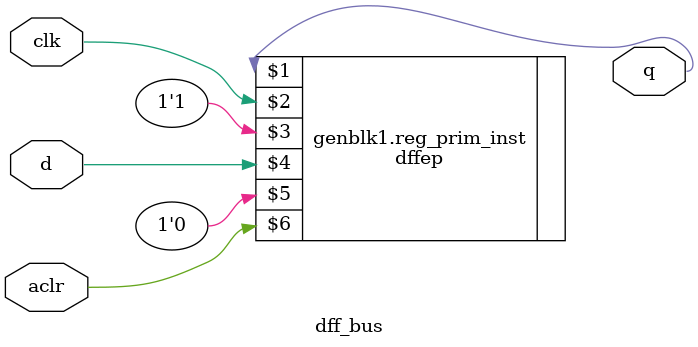
<source format=v>
module altshift_taps (
	shiftin,
	clock,
	clken,
	aclr,
`ifdef POST_FIT
	_unassoc_inputs_,
	_unassoc_outputs_,
`endif
	shiftout,
	taps
);

	parameter number_of_taps = 1;
	parameter tap_distance = 1;
	parameter width = 1;
	parameter lpm_type = "altshift_taps";
	parameter lpm_hint = "UNUSED";
	parameter intended_device_family = "UNUSED";
	parameter power_up_state = "CLEARED";
	parameter width_taps_ = width*number_of_taps;
`ifdef POST_FIT
	parameter _unassoc_inputs_width_ = 1;
	parameter _unassoc_outputs_width_ = 1;
`endif

	input [width-1:0] shiftin;
	input clock,clken;
	input aclr;
	// Extra bus for connecting signals unassociated with defined ports
`ifdef POST_FIT
	input [ _unassoc_inputs_width_ - 1 : 0 ] _unassoc_inputs_;
	output [ _unassoc_outputs_width_ - 1 : 0 ] _unassoc_outputs_;
`endif
	output [width-1:0] shiftout;
	output [width_taps_-1:0] taps;

`ifndef GATES_TO_GATES
	wire clk_w = clock & clken;

	generate
	if(number_of_taps==1) begin
		wire [width-1:0] out;
   	shiftreg #(width, tap_distance) tap_stage (out, shiftin, clk_w, aclr);
		assign shiftout = out;
		assign taps = out;
	end
	else begin
		wire [width*(number_of_taps-1):1] tap_out;
		shiftreg #(width, tap_distance) tap_stage[1:number_of_taps] ({shiftout,tap_out}, {tap_out,shiftin}, clk_w, aclr);
		assign taps = {shiftout,tap_out};
	end
	endgenerate
`endif
			
endmodule

`ifndef GATES_TO_GATES
// Creates shift registers of specified width - output of this set 
// of shift registers 'q' is the output of one of the taps

module shiftreg (tap_q, tap_d, tap_clk, tap_aclr);
	parameter width = 1;
	parameter tap_distance = 1;

	input [width-1:0] tap_d;
	input tap_clk;
	input tap_aclr;
	output [width-1:0] tap_q;

   wire [width-1:0] out;
   wire [width*(tap_distance-1) : 1] t;

	assign tap_q = out;

   dff_bus #(width) shiftreg_stage[1:tap_distance] ({out,t},{t,tap_d},tap_clk,tap_aclr);
	

endmodule

// Creates the width of registers

module dff_bus (q, d, clk, aclr);
	parameter width = 1;
	
	input [width-1:0] d;
	input clk;
	input aclr;
	output [width-1:0] q;

	generate
	if(width==1) begin
   	dffep reg_prim_inst (q,clk,1'b1,d,1'b0,aclr);
	end
	else begin
   	dffep reg_prim_inst[width-1:0] (q,clk,1'b1,d,1'b0,aclr);
	end
	endgenerate
endmodule
`endif

</source>
